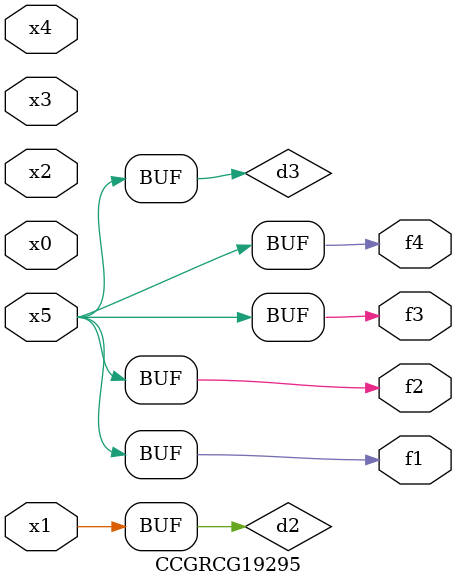
<source format=v>
module CCGRCG19295(
	input x0, x1, x2, x3, x4, x5,
	output f1, f2, f3, f4
);

	wire d1, d2, d3;

	not (d1, x5);
	or (d2, x1);
	xnor (d3, d1);
	assign f1 = d3;
	assign f2 = d3;
	assign f3 = d3;
	assign f4 = d3;
endmodule

</source>
